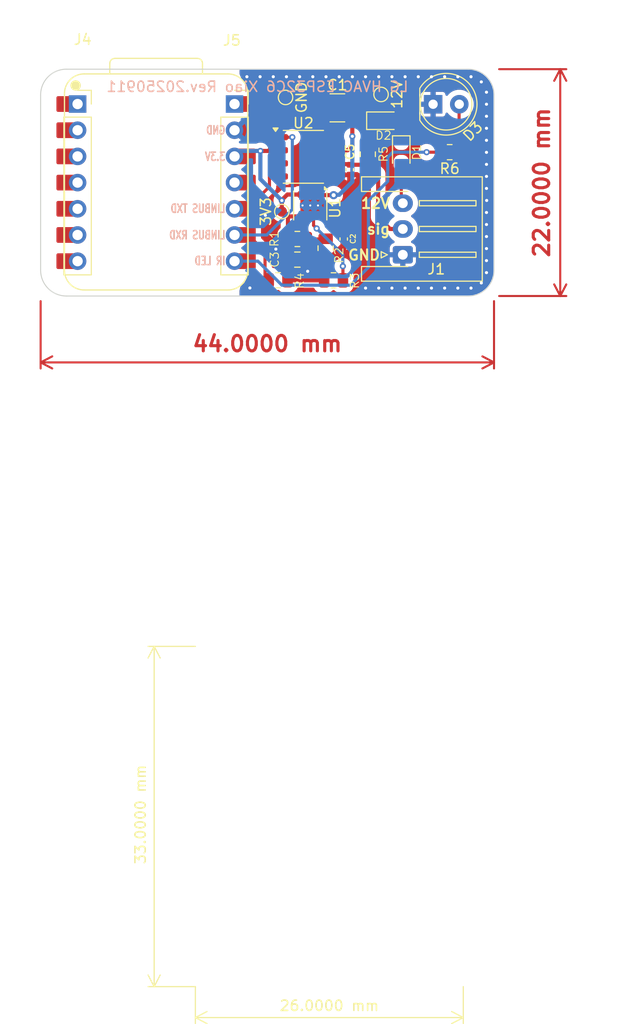
<source format=kicad_pcb>
(kicad_pcb (version 20241229) (generator "pcbnew") (generator_version "9.0")
  (layers (0 "F.Cu" signal) (2 "B.Cu" signal) (13 "F.Paste" user) (15 "B.Paste" user) (5 "F.SilkS" user "F.Silkscreen") (7 "B.SilkS" user "B.Silkscreen") (1 "F.Mask" user) (3 "B.Mask" user) (25 "Edge.Cuts" user))
  (net 0 "")
  (net 1 "+12V")
  (net 2 "GND")
  (net 3 "+3V3")
  (net 4 "LINBUS")
  (net 5 "Net-(U1-SS{slash}TR)")
  (net 6 "RXD")
  (net 7 "TXD")
  (net 8 "Net-(D2-K)")
  (net 9 "Net-(U1-FB)")
  (net 10 "Net-(U1-PG)")
  (net 11 "Net-(D1-A)")
  (net 23 "Net-(D3-A)")
  (net 24 "Net-(J5-Pin_7)")
  (footprint "Resistor_SMD:R_0805_2012Metric" (layer "F.Cu") (at 48.34 42.18 180)
    (property "Reference" "R3" (at -2.06 -0.04 90) (layer "F.SilkS") (effects (font (size 0.8 0.8) (thickness 0.1))))
    (property "Value" "100k")
    (fp_line (start -0.227064 0.735) (end 0.227064 0.735) (stroke (width 0.12)) (layer "F.SilkS"))
    (fp_line (start -0.227064 -0.735) (end 0.227064 -0.735) (stroke (width 0.12)) (layer "F.SilkS"))
    (pad "1" smd roundrect (at -0.9125 0 180) (size 1.025 1.4) (layers "F.Cu" "F.Mask" "F.Paste") (roundrect_rratio 0.243902) (net 10 "Net-(U1-PG)"))
    (pad "2" smd roundrect (at 0.9125 0 180) (size 1.025 1.4) (layers "F.Cu" "F.Mask" "F.Paste") (roundrect_rratio 0.243902) (net 3 "+3V3"))
  )
  (footprint "Connector_PinSocket_2.54mm:PinSocket_1x07_P2.54mm_Vertical" (layer "F.Cu") (at 38.73 25.08)
    (property "Reference" "J5" (at -0.26 -6.17 0) (layer "F.SilkS"))
    (property "Value" "Conn_01x07_Socket")
    (fp_line (start -1.33 1.27) (end -1.33 16.57) (stroke (width 0.12)) (layer "F.SilkS"))
    (fp_line (start -1.33 1.27) (end 1.33 1.27) (stroke (width 0.12)) (layer "F.SilkS"))
    (fp_line (start -1.33 16.57) (end 1.33 16.57) (stroke (width 0.12)) (layer "F.SilkS"))
    (fp_line (start 0 -1.33) (end 1.33 -1.33) (stroke (width 0.12)) (layer "F.SilkS"))
    (fp_line (start 1.33 -1.33) (end 1.33 0) (stroke (width 0.12)) (layer "F.SilkS"))
    (fp_line (start 1.33 1.27) (end 1.33 16.57) (stroke (width 0.12)) (layer "F.SilkS"))
    (pad "1" thru_hole rect (at 0 0) (size 1.7 1.7) (drill 1) (layers "*.Cu" "*.Mask"))
    (pad "2" thru_hole circle (at 0 2.54) (size 1.7 1.7) (drill 1) (layers "*.Cu" "*.Mask") (net 2 "GND"))
    (pad "3" thru_hole circle (at 0 5.08) (size 1.7 1.7) (drill 1) (layers "*.Cu" "*.Mask") (net 3 "+3V3"))
    (pad "4" thru_hole circle (at 0 7.62) (size 1.7 1.7) (drill 1) (layers "*.Cu" "*.Mask"))
    (pad "5" thru_hole circle (at 0 10.16) (size 1.7 1.7) (drill 1) (layers "*.Cu" "*.Mask") (net 7 "TXD"))
    (pad "6" thru_hole circle (at 0 12.7) (size 1.7 1.7) (drill 1) (layers "*.Cu" "*.Mask") (net 6 "RXD"))
    (pad "7" thru_hole circle (at 0 15.24) (size 1.7 1.7) (drill 1) (layers "*.Cu" "*.Mask") (net 24 "Net-(J5-Pin_7)"))
  )
  (footprint "Resistor_SMD:R_0805_2012Metric" (layer "F.Cu") (at 44.8275 38.17 180)
    (property "Reference" "R1" (at 2.232233 0.017767 90) (layer "F.SilkS") (effects (font (size 0.8 0.8) (thickness 0.1))))
    (property "Value" "330k")
    (fp_line (start -0.227064 0.735) (end 0.227064 0.735) (stroke (width 0.12)) (layer "F.SilkS"))
    (fp_line (start -0.227064 -0.735) (end 0.227064 -0.735) (stroke (width 0.12)) (layer "F.SilkS"))
    (pad "1" smd roundrect (at -0.9125 0 180) (size 1.025 1.4) (layers "F.Cu" "F.Mask" "F.Paste") (roundrect_rratio 0.243902) (net 9 "Net-(U1-FB)"))
    (pad "2" smd roundrect (at 0.9125 0 180) (size 1.025 1.4) (layers "F.Cu" "F.Mask" "F.Paste") (roundrect_rratio 0.243902) (net 3 "+3V3"))
  )
  (footprint "Resistor_SMD:R_0805_2012Metric" (layer "F.Cu") (at 47.57 39.06 90)
    (property "Reference" "R2" (at -0.7 1.31 90) (layer "F.SilkS") (effects (font (size 0.8 0.8) (thickness 0.1))))
    (property "Value" "100k")
    (fp_line (start -0.227064 -0.735) (end 0.227064 -0.735) (stroke (width 0.12)) (layer "F.SilkS"))
    (fp_line (start -0.227064 0.735) (end 0.227064 0.735) (stroke (width 0.12)) (layer "F.SilkS"))
    (pad "1" smd roundrect (at -0.9125 0 90) (size 1.025 1.4) (layers "F.Cu" "F.Mask" "F.Paste") (roundrect_rratio 0.243902) (net 2 "GND"))
    (pad "2" smd roundrect (at 0.9125 0 90) (size 1.025 1.4) (layers "F.Cu" "F.Mask" "F.Paste") (roundrect_rratio 0.243902) (net 9 "Net-(U1-FB)"))
  )
  (footprint "Resistor_SMD:R_0805_2012Metric" (layer "F.Cu") (at 42.96 42.17 180)
    (property "Reference" "R4" (at -2.0825 -0.05 90) (layer "F.SilkS") (effects (font (size 0.8 0.8) (thickness 0.1))))
    (property "Value" "4.7k")
    (fp_line (start -0.227064 0.735) (end 0.227064 0.735) (stroke (width 0.12)) (layer "F.SilkS"))
    (fp_line (start -0.227064 -0.735) (end 0.227064 -0.735) (stroke (width 0.12)) (layer "F.SilkS"))
    (pad "1" smd roundrect (at -0.9125 0 180) (size 1.025 1.4) (layers "F.Cu" "F.Mask" "F.Paste") (roundrect_rratio 0.243902) (net 3 "+3V3"))
    (pad "2" smd roundrect (at 0.9125 0 180) (size 1.025 1.4) (layers "F.Cu" "F.Mask" "F.Paste") (roundrect_rratio 0.243902) (net 6 "RXD"))
  )
  (footprint "LED_THT:LED_D5.0mm_IRGrey" (layer "F.Cu") (at 58 25.1)
    (property "Reference" "D3" (at 3.86 2.64 45) (layer "F.SilkS"))
    (property "Value" "LD274")
    (fp_line (start -1.29 -1.545) (end -1.29 1.545) (stroke (width 0.12)) (layer "F.SilkS"))
    (fp_arc (start -1.29 -1.54483) (mid 2.071779 -2.880495) (end 4.26 0) (stroke (width 0.12)) (layer "F.SilkS"))
    (fp_arc (start 4.26 0) (mid 2.071779 2.880495) (end -1.29 1.54483) (stroke (width 0.12)) (layer "F.SilkS"))
    (fp_circle (center 1.27 0) (end 3.77 0) (stroke (width 0.12)) (fill no) (layer "F.SilkS"))
    (pad "1" thru_hole rect (at 0 0) (size 1.8 1.8) (drill 0.9) (layers "*.Cu" "*.Mask") (net 2 "GND"))
    (pad "2" thru_hole circle (at 2.54 0) (size 1.8 1.8) (drill 0.9) (layers "*.Cu" "*.Mask") (net 23 "Net-(D3-A)"))
  )
  (footprint "Diode_SMD:D_SOD-323" (layer "F.Cu") (at 54.91 29.7725 -90)
    (property "Reference" "D1" (at -0.017767 -1.517767 90) (layer "F.SilkS") (effects (font (size 0.8 0.8) (thickness 0.1))))
    (property "Value" "1N4148WS")
    (fp_line (start -1.61 0.85) (end 1.05 0.85) (stroke (width 0.12)) (layer "F.SilkS"))
    (fp_line (start -1.61 -0.85) (end -1.61 0.85) (stroke (width 0.12)) (layer "F.SilkS"))
    (fp_line (start -1.61 -0.85) (end 1.05 -0.85) (stroke (width 0.12)) (layer "F.SilkS"))
    (pad "1" smd roundrect (at -1.05 0 270) (size 0.6 0.45) (layers "F.Cu" "F.Mask" "F.Paste") (net 1 "+12V"))
    (pad "2" smd roundrect (at 1.05 0 270) (size 0.6 0.45) (layers "F.Cu" "F.Mask" "F.Paste") (net 11 "Net-(D1-A)"))
  )
  (footprint "Package_SO:SOIC-8_3.9x4.9mm_P1.27mm" (layer "F.Cu") (at 45.4125 30.2)
    (property "Reference" "U2" (at 0 -3.267767 0) (layer "F.SilkS"))
    (property "Value" "TJA1027")
    (fp_line (start 0 -2.56) (end -1.95 -2.56) (stroke (width 0.12)) (layer "F.SilkS"))
    (fp_line (start 0 -2.56) (end 1.95 -2.56) (stroke (width 0.12)) (layer "F.SilkS"))
    (fp_line (start 0 2.56) (end -1.95 2.56) (stroke (width 0.12)) (layer "F.SilkS"))
    (fp_line (start 0 2.56) (end 1.95 2.56) (stroke (width 0.12)) (layer "F.SilkS"))
    (fp_poly (pts (xy -2.7 -2.465) (xy -2.94 -2.795) (xy -2.46 -2.795)) (stroke (width 0.12)) (fill yes) (layer "F.SilkS"))
    (pad "1" smd roundrect (at -2.475 -1.905) (size 1.95 0.6) (layers "F.Cu" "F.Mask" "F.Paste") (net 6 "RXD"))
    (pad "2" smd roundrect (at -2.475 -0.635) (size 1.95 0.6) (layers "F.Cu" "F.Mask" "F.Paste") (net 3 "+3V3"))
    (pad "3" smd roundrect (at -2.475 0.635) (size 1.95 0.6) (layers "F.Cu" "F.Mask" "F.Paste"))
    (pad "4" smd roundrect (at -2.475 1.905) (size 1.95 0.6) (layers "F.Cu" "F.Mask" "F.Paste") (net 7 "TXD"))
    (pad "5" smd roundrect (at 2.475 1.905) (size 1.95 0.6) (layers "F.Cu" "F.Mask" "F.Paste") (net 2 "GND"))
    (pad "6" smd roundrect (at 2.475 0.635) (size 1.95 0.6) (layers "F.Cu" "F.Mask" "F.Paste") (net 4 "LINBUS"))
    (pad "7" smd roundrect (at 2.475 -0.635) (size 1.95 0.6) (layers "F.Cu" "F.Mask" "F.Paste") (net 1 "+12V"))
    (pad "8" smd roundrect (at 2.475 -1.905) (size 1.95 0.6) (layers "F.Cu" "F.Mask" "F.Paste"))
  )
  (footprint "Diode_SMD:D_SOD-323" (layer "F.Cu") (at 53.1625 26.7)
    (property "Reference" "D2" (at 0.0175 1.43 0) (layer "F.SilkS") (effects (font (size 0.8 0.8) (thickness 0.1))))
    (property "Value" "1N4148WS")
    (fp_line (start -1.61 -0.85) (end -1.61 0.85) (stroke (width 0.12)) (layer "F.SilkS"))
    (fp_line (start -1.61 -0.85) (end 1.05 -0.85) (stroke (width 0.12)) (layer "F.SilkS"))
    (fp_line (start -1.61 0.85) (end 1.05 0.85) (stroke (width 0.12)) (layer "F.SilkS"))
    (pad "1" smd roundrect (at -1.05 0) (size 0.6 0.45) (layers "F.Cu" "F.Mask" "F.Paste") (net 8 "Net-(D2-K)"))
    (pad "2" smd roundrect (at 1.05 0) (size 0.6 0.45) (layers "F.Cu" "F.Mask" "F.Paste") (net 1 "+12V"))
  )
  (footprint "TestPoint:TestPoint_Pad_D1.0mm" (layer "F.Cu") (at 52.95 24.15 90)
    (property "Reference" "TP2" (hide yes))
    (property "Value" "12V" (at 0 1.55 90) (layer "F.SilkS"))
    (fp_circle (center 0 0) (end 0 0.7) (stroke (width 0.12)) (fill no) (layer "F.SilkS"))
    (pad "1" smd circle (at 0 0 90) (size 1 1) (layers "F.Cu" "F.Mask") (net 1 "+12V"))
  )
  (footprint "Capacitor_SMD:C_0402_1005Metric" (layer "F.Cu") (at 49.3275 38.17 -90)
    (property "Reference" "C2" (at -0.017767 -0.9 90) (layer "F.SilkS") (effects (font (size 0.5 0.5) (thickness 0.1))))
    (property "Value" "3.3nF")
    (fp_line (start -0.107836 0.36) (end 0.107836 0.36) (stroke (width 0.12)) (layer "F.SilkS"))
    (fp_line (start -0.107836 -0.36) (end 0.107836 -0.36) (stroke (width 0.12)) (layer "F.SilkS"))
    (pad "1" smd roundrect (at -0.48 0 270) (size 0.56 0.62) (layers "F.Cu" "F.Mask" "F.Paste") (net 5 "Net-(U1-SS{slash}TR)"))
    (pad "2" smd roundrect (at 0.48 0 270) (size 0.56 0.62) (layers "F.Cu" "F.Mask" "F.Paste") (net 2 "GND"))
  )
  (footprint "ESP32Xiao:XIAO-ESP32C6-DIP" (layer "F.Cu") (at 31.1625 32.7)
    (property "Reference" "REF**" (hide yes))
    (property "Value" "XIAO-ESP32-C6-DIP")
    (fp_line (start -8.935 8.509) (end -8.935 -8.636) (stroke (width 0.127)) (layer "F.SilkS"))
    (fp_line (start -7.03 10.414) (end 6.94 10.414) (stroke (width 0.127)) (layer "F.SilkS"))
    (fp_line (start -4.54 -10.541) (end -4.536272 -11.551272) (stroke (width 0.127)) (layer "F.SilkS"))
    (fp_line (start -4.036272 -12.051) (end 3.959 -12.051) (stroke (width 0.127)) (layer "F.SilkS"))
    (fp_line (start 4.459 -11.551) (end 4.459 -10.541) (stroke (width 0.127)) (layer "F.SilkS"))
    (fp_line (start 6.94 -10.541) (end -7.03 -10.541) (stroke (width 0.1)) (layer "F.SilkS"))
    (fp_line (start 6.94 -10.541) (end -7.03 -10.541) (stroke (width 0.127)) (layer "F.SilkS"))
    (fp_line (start 8.845 8.509) (end 8.845 -8.636) (stroke (width 0.127)) (layer "F.SilkS"))
    (fp_arc (start -8.935 -8.636) (mid -8.377038 -9.983038) (end -7.03 -10.541) (stroke (width 0.127)) (layer "F.SilkS"))
    (fp_arc (start -7.03 10.414) (mid -8.377038 9.856038) (end -8.935 8.509) (stroke (width 0.127)) (layer "F.SilkS"))
    (fp_arc (start -4.536272 -11.551272) (mid -4.389728 -11.90464) (end -4.036272 -12.051) (stroke (width 0.127)) (layer "F.SilkS"))
    (fp_arc (start 3.959 -12.051) (mid 4.312553 -11.904553) (end 4.459 -11.551) (stroke (width 0.127)) (layer "F.SilkS"))
    (fp_arc (start 6.94 -10.541) (mid 8.287038 -9.983038) (end 8.845 -8.636) (stroke (width 0.127)) (layer "F.SilkS"))
    (fp_arc (start 8.845 8.509) (mid 8.287038 9.856038) (end 6.94 10.414) (stroke (width 0.127)) (layer "F.SilkS"))
    (fp_circle (center -7.852 -9.42) (end -7.852 -9.674) (stroke (width 0.5)) (fill yes) (layer "F.SilkS"))
    (pad "1" smd roundrect (at -8.5 -7.62 180) (size 2.432 1.524) (layers "F.Cu" "F.Mask") (roundrect_rratio 0.1))
    (pad "1" thru_hole circle (at -7.665 -7.62 180) (size 1.524 1.524) (drill 0.889) (layers "*.Cu" "*.Mask"))
    (pad "2" smd roundrect (at -8.5 -5.08 180) (size 2.432 1.524) (layers "F.Cu" "F.Mask") (roundrect_rratio 0.1))
    (pad "2" thru_hole circle (at -7.665 -5.08 180) (size 1.524 1.524) (drill 0.889) (layers "*.Cu" "*.Mask"))
    (pad "3" smd roundrect (at -8.5 -2.54 180) (size 2.432 1.524) (layers "F.Cu" "F.Mask") (roundrect_rratio 0.1))
    (pad "3" thru_hole circle (at -7.665 -2.54 180) (size 1.524 1.524) (drill 0.889) (layers "*.Cu" "*.Mask"))
    (pad "4" smd roundrect (at -8.5 0 180) (size 2.432 1.524) (layers "F.Cu" "F.Mask") (roundrect_rratio 0.1))
    (pad "4" thru_hole circle (at -7.665 0 180) (size 1.524 1.524) (drill 0.889) (layers "*.Cu" "*.Mask"))
    (pad "5" smd roundrect (at -8.5 2.54 180) (size 2.432 1.524) (layers "F.Cu" "F.Mask") (roundrect_rratio 0.1))
    (pad "5" thru_hole circle (at -7.665 2.54 180) (size 1.524 1.524) (drill 0.889) (layers "*.Cu" "*.Mask"))
    (pad "6" smd roundrect (at -8.5 5.08 180) (size 2.432 1.524) (layers "F.Cu" "F.Mask") (roundrect_rratio 0.1))
    (pad "6" thru_hole circle (at -7.665 5.08 180) (size 1.524 1.524) (drill 0.889) (layers "*.Cu" "*.Mask"))
    (pad "7" smd roundrect (at -8.5 7.62 180) (size 2.432 1.524) (layers "F.Cu" "F.Mask") (roundrect_rratio 0.1))
    (pad "7" thru_hole circle (at -7.665 7.62 180) (size 1.524 1.524) (drill 0.889) (layers "*.Cu" "*.Mask"))
    (pad "8" thru_hole circle (at 7.575 7.62) (size 1.524 1.524) (drill 0.889) (layers "*.Cu" "*.Mask") (net 24 "Net-(J5-Pin_7)"))
    (pad "8" smd roundrect (at 8.41 7.62) (size 2.432 1.524) (layers "F.Cu" "F.Mask") (roundrect_rratio 0.1) (net 24 "Net-(J5-Pin_7)"))
    (pad "9" thru_hole circle (at 7.575 5.08) (size 1.524 1.524) (drill 0.889) (layers "*.Cu" "*.Mask") (net 6 "RXD"))
    (pad "9" smd roundrect (at 8.41 5.08) (size 2.432 1.524) (layers "F.Cu" "F.Mask") (roundrect_rratio 0.1) (net 6 "RXD"))
    (pad "10" thru_hole circle (at 7.575 2.54) (size 1.524 1.524) (drill 0.889) (layers "*.Cu" "*.Mask") (net 7 "TXD"))
    (pad "10" smd roundrect (at 8.41 2.54) (size 2.432 1.524) (layers "F.Cu" "F.Mask") (roundrect_rratio 0.1) (net 7 "TXD"))
    (pad "11" thru_hole circle (at 7.575 0) (size 1.524 1.524) (drill 0.889) (layers "*.Cu" "*.Mask"))
    (pad "11" smd roundrect (at 8.41 0) (size 2.432 1.524) (layers "F.Cu" "F.Mask") (roundrect_rratio 0.1))
    (pad "12" thru_hole circle (at 7.575 -2.54) (size 1.524 1.524) (drill 0.889) (layers "*.Cu" "*.Mask") (net 3 "+3V3"))
    (pad "12" smd roundrect (at 8.41 -2.54) (size 2.432 1.524) (layers "F.Cu" "F.Mask") (roundrect_rratio 0.1) (net 3 "+3V3"))
    (pad "13" thru_hole circle (at 7.575 -5.08) (size 1.524 1.524) (drill 0.889) (layers "*.Cu" "*.Mask") (net 2 "GND"))
    (pad "13" smd roundrect (at 8.41 -5.08) (size 2.432 1.524) (layers "F.Cu" "F.Mask") (roundrect_rratio 0.1) (net 2 "GND"))
    (pad "14" thru_hole circle (at 7.575 -7.62) (size 1.524 1.524) (drill 0.889) (layers "*.Cu" "*.Mask"))
    (pad "14" smd roundrect (at 8.41 -7.62) (size 2.432 1.524) (layers "F.Cu" "F.Mask") (roundrect_rratio 0.1))
  )
  (footprint "Connector_PinSocket_2.54mm:PinSocket_1x07_P2.54mm_Vertical" (layer "F.Cu") (at 23.5 25.08)
    (property "Reference" "J4" (at 0.5 -6.25 0) (layer "F.SilkS"))
    (property "Value" "Conn_01x07_Socket")
    (fp_line (start -1.33 1.27) (end -1.33 16.57) (stroke (width 0.12)) (layer "F.SilkS"))
    (fp_line (start -1.33 1.27) (end 1.33 1.27) (stroke (width 0.12)) (layer "F.SilkS"))
    (fp_line (start -1.33 16.57) (end 1.33 16.57) (stroke (width 0.12)) (layer "F.SilkS"))
    (fp_line (start 0 -1.33) (end 1.33 -1.33) (stroke (width 0.12)) (layer "F.SilkS"))
    (fp_line (start 1.33 -1.33) (end 1.33 0) (stroke (width 0.12)) (layer "F.SilkS"))
    (fp_line (start 1.33 1.27) (end 1.33 16.57) (stroke (width 0.12)) (layer "F.SilkS"))
    (pad "1" thru_hole rect (at 0 0) (size 1.7 1.7) (drill 1) (layers "*.Cu" "*.Mask"))
    (pad "2" thru_hole circle (at 0 2.54) (size 1.7 1.7) (drill 1) (layers "*.Cu" "*.Mask"))
    (pad "3" thru_hole circle (at 0 5.08) (size 1.7 1.7) (drill 1) (layers "*.Cu" "*.Mask"))
    (pad "4" thru_hole circle (at 0 7.62) (size 1.7 1.7) (drill 1) (layers "*.Cu" "*.Mask"))
    (pad "5" thru_hole circle (at 0 10.16) (size 1.7 1.7) (drill 1) (layers "*.Cu" "*.Mask"))
    (pad "6" thru_hole circle (at 0 12.7) (size 1.7 1.7) (drill 1) (layers "*.Cu" "*.Mask"))
    (pad "7" thru_hole circle (at 0 15.24) (size 1.7 1.7) (drill 1) (layers "*.Cu" "*.Mask"))
  )
  (footprint "Resistor_SMD:R_0805_2012Metric" (layer "F.Cu") (at 59.61 29.75)
    (property "Reference" "R6" (at 0 1.6 0) (layer "F.SilkS"))
    (property "Value" "330")
    (fp_line (start -0.227064 -0.735) (end 0.227064 -0.735) (stroke (width 0.12)) (layer "F.SilkS"))
    (fp_line (start -0.227064 0.735) (end 0.227064 0.735) (stroke (width 0.12)) (layer "F.SilkS"))
    (pad "1" smd roundrect (at -0.9125 0) (size 1.025 1.4) (layers "F.Cu" "F.Mask" "F.Paste") (roundrect_rratio 0.243902) (net 24 "Net-(J5-Pin_7)"))
    (pad "2" smd roundrect (at 0.9125 0) (size 1.025 1.4) (layers "F.Cu" "F.Mask" "F.Paste") (roundrect_rratio 0.243902) (net 23 "Net-(D3-A)"))
  )
  (footprint "Capacitor_SMD:C_0805_2012Metric" (layer "F.Cu") (at 44.8275 40.17)
    (property "Reference" "C3" (at -2.2075 0 90) (layer "F.SilkS") (effects (font (size 0.8 0.8) (thickness 0.1))))
    (property "Value" "22uF")
    (fp_line (start -0.261252 -0.735) (end 0.261252 -0.735) (stroke (width 0.12)) (layer "F.SilkS"))
    (fp_line (start -0.261252 0.735) (end 0.261252 0.735) (stroke (width 0.12)) (layer "F.SilkS"))
    (pad "1" smd roundrect (at -0.95 0) (size 1 1.45) (layers "F.Cu" "F.Mask" "F.Paste") (net 3 "+3V3"))
    (pad "2" smd roundrect (at 0.95 0) (size 1 1.45) (layers "F.Cu" "F.Mask" "F.Paste") (net 2 "GND"))
  )
  (footprint "TestPoint:TestPoint_Pad_D1.0mm" (layer "F.Cu") (at 43.32 35.51 -90)
    (property "Reference" "TP3" (hide yes))
    (property "Value" "3V3" (at 0 1.55 90) (layer "F.SilkS"))
    (fp_circle (center 0 0) (end 0 0.7) (stroke (width 0.12)) (fill no) (layer "F.SilkS"))
    (pad "1" smd circle (at 0 0 270) (size 1 1) (layers "F.Cu" "F.Mask") (net 3 "+3V3"))
  )
  (footprint "Connector_JST:JST_XH_S3B-XH-A-1_1x03_P2.50mm_Horizontal" (layer "F.Cu") (at 55.0625 39.7 90)
    (property "Reference" "J1" (at -1.4 3.25 0) (layer "F.SilkS"))
    (property "Value" "JST_XH_S3B-XH-A-1_01x03")
    (fp_line (start 7.56 -4.01) (end 6.14 -4.01) (stroke (width 0.12)) (layer "F.SilkS"))
    (fp_line (start 6.14 -4.01) (end 6.14 0.49) (stroke (width 0.12)) (layer "F.SilkS"))
    (fp_line (start -1.14 -4.01) (end -1.14 0.49) (stroke (width 0.12)) (layer "F.SilkS"))
    (fp_line (start -2.56 -4.01) (end -1.14 -4.01) (stroke (width 0.12)) (layer "F.SilkS"))
    (fp_line (start 0.3 -2.1) (end 0 -1.5) (stroke (width 0.12)) (layer "F.SilkS"))
    (fp_line (start -0.3 -2.1) (end 0.3 -2.1) (stroke (width 0.12)) (layer "F.SilkS"))
    (fp_line (start 0 -1.5) (end -0.3 -2.1) (stroke (width 0.12)) (layer "F.SilkS"))
    (fp_line (start 5.25 1.6) (end 4.75 1.6) (stroke (width 0.12)) (layer "F.SilkS"))
    (fp_line (start 4.75 1.6) (end 4.75 7.1) (stroke (width 0.12)) (layer "F.SilkS"))
    (fp_line (start 2.75 1.6) (end 2.25 1.6) (stroke (width 0.12)) (layer "F.SilkS"))
    (fp_line (start 2.25 1.6) (end 2.25 7.1) (stroke (width 0.12)) (layer "F.SilkS"))
    (fp_line (start 0.25 1.6) (end -0.25 1.6) (stroke (width 0.12)) (layer "F.SilkS"))
    (fp_line (start -0.25 1.6) (end -0.25 7.1) (stroke (width 0.12)) (layer "F.SilkS"))
    (fp_line (start 5.25 7.1) (end 5.25 1.6) (stroke (width 0.12)) (layer "F.SilkS"))
    (fp_line (start 4.75 7.1) (end 5.25 7.1) (stroke (width 0.12)) (layer "F.SilkS"))
    (fp_line (start 2.75 7.1) (end 2.75 1.6) (stroke (width 0.12)) (layer "F.SilkS"))
    (fp_line (start 2.25 7.1) (end 2.75 7.1) (stroke (width 0.12)) (layer "F.SilkS"))
    (fp_line (start 0.25 7.1) (end 0.25 1.6) (stroke (width 0.12)) (layer "F.SilkS"))
    (fp_line (start -0.25 7.1) (end 0.25 7.1) (stroke (width 0.12)) (layer "F.SilkS"))
    (fp_line (start 7.56 7.71) (end 7.56 -4.01) (stroke (width 0.12)) (layer "F.SilkS"))
    (fp_line (start 2.5 7.71) (end 7.56 7.71) (stroke (width 0.12)) (layer "F.SilkS"))
    (fp_line (start 2.5 7.71) (end -2.56 7.71) (stroke (width 0.12)) (layer "F.SilkS"))
    (fp_line (start -2.56 7.71) (end -2.56 -4.01) (stroke (width 0.12)) (layer "F.SilkS"))
    (pad "1" thru_hole roundrect (at 0 0 90) (size 1.7 1.95) (drill 0.95) (layers "*.Cu" "*.Mask") (roundrect_rratio 0.147059) (net 2 "GND"))
    (pad "2" thru_hole oval (at 2.5 0 90) (size 1.7 1.95) (drill 0.95) (layers "*.Cu" "*.Mask") (net 4 "LINBUS"))
    (pad "3" thru_hole oval (at 5 0 90) (size 1.7 1.95) (drill 0.95) (layers "*.Cu" "*.Mask") (net 11 "Net-(D1-A)"))
  )
  (footprint "TestPoint:TestPoint_Pad_D1.0mm" (layer "F.Cu") (at 43.68 24.44 90)
    (property "Reference" "TP1" (hide yes))
    (property "Value" "GND" (at 0 1.55 90) (layer "F.SilkS"))
    (fp_circle (center 0 0) (end 0 0.7) (stroke (width 0.12)) (fill no) (layer "F.SilkS"))
    (pad "1" smd circle (at 0 0 90) (size 1 1) (layers "F.Cu" "F.Mask") (net 2 "GND"))
  )
  (footprint "Capacitor_SMD:C_0402_1005Metric" (layer "F.Cu") (at 49.9125 31.45 -90)
    (property "Reference" "C5" (at -1.727064 -0.017767 90) (layer "F.SilkS") (effects (font (size 0.8 0.8))))
    (property "Value" "220pF")
    (fp_line (start -0.107836 0.36) (end 0.107836 0.36) (stroke (width 0.12)) (layer "F.SilkS"))
    (fp_line (start -0.107836 -0.36) (end 0.107836 -0.36) (stroke (width 0.12)) (layer "F.SilkS"))
    (pad "1" smd roundrect (at -0.48 0 270) (size 0.56 0.62) (layers "F.Cu" "F.Mask" "F.Paste") (net 4 "LINBUS"))
    (pad "2" smd roundrect (at 0.48 0 270) (size 0.56 0.62) (layers "F.Cu" "F.Mask" "F.Paste") (net 2 "GND"))
  )
  (footprint "Resistor_SMD:R_0805_2012Metric" (layer "F.Cu") (at 51.6625 29.95 -90)
    (property "Reference" "R5" (at -0.017767 -1.517767 90) (layer "F.SilkS") (effects (font (size 0.8 0.8) (thickness 0.1))))
    (property "Value" "1k")
    (fp_line (start -0.227064 0.735) (end 0.227064 0.735) (stroke (width 0.12)) (layer "F.SilkS"))
    (fp_line (start -0.227064 -0.735) (end 0.227064 -0.735) (stroke (width 0.12)) (layer "F.SilkS"))
    (pad "1" smd roundrect (at -0.9125 0 270) (size 1.025 1.4) (layers "F.Cu" "F.Mask" "F.Paste") (roundrect_rratio 0.243902) (net 8 "Net-(D2-K)"))
    (pad "2" smd roundrect (at 0.9125 0 270) (size 1.025 1.4) (layers "F.Cu" "F.Mask" "F.Paste") (roundrect_rratio 0.243902) (net 4 "LINBUS"))
  )
  (footprint "Package_LGA:Texas_SIL0008D_MicroSiP-8-1EP_2.8x3mm_P0.65mm_EP1.1x1.9mm_ThermalVias" (layer "F.Cu") (at 46.0775 34.92 -90)
    (property "Reference" "U1" (at 0.25 -2.4125 90) (layer "F.SilkS"))
    (property "Value" "TPS82130")
    (fp_line (start -1.4 1.61) (end 1.4 1.61) (stroke (width 0.12)) (layer "F.SilkS"))
    (fp_line (start -1.29 -1.61) (end 1.4 -1.61) (stroke (width 0.12)) (layer "F.SilkS"))
    (fp_poly (pts (xy -1.53 -1.38) (xy -1.81 -1.38) (xy -1.53 -1.66)) (stroke (width 0.12)) (fill yes) (layer "F.SilkS"))
    (pad "1" smd roundrect (at -1.0625 -0.975 270) (size 0.625 0.5) (layers "F.Cu" "F.Mask" "F.Paste") (net 1 "+12V"))
    (pad "2" smd roundrect (at -1.0625 -0.325 270) (size 0.625 0.5) (layers "F.Cu" "F.Mask" "F.Paste") (net 1 "+12V"))
    (pad "3" smd roundrect (at -1.0625 0.325 270) (size 0.625 0.5) (layers "F.Cu" "F.Mask" "F.Paste") (net 2 "GND"))
    (pad "4" smd roundrect (at -1.0625 0.975 270) (size 0.625 0.5) (layers "F.Cu" "F.Mask" "F.Paste") (net 3 "+3V3"))
    (pad "5" smd roundrect (at 1.0625 0.975 270) (size 0.625 0.5) (layers "F.Cu" "F.Mask" "F.Paste") (net 3 "+3V3"))
    (pad "6" smd roundrect (at 1.0625 0.325 270) (size 0.625 0.5) (layers "F.Cu" "F.Mask" "F.Paste") (net 9 "Net-(U1-FB)"))
    (pad "7" smd roundrect (at 1.0625 -0.325 270) (size 0.625 0.5) (layers "F.Cu" "F.Mask" "F.Paste") (net 10 "Net-(U1-PG)"))
    (pad "8" smd roundrect (at 1.0625 -0.975 270) (size 0.625 0.5) (layers "F.Cu" "F.Mask" "F.Paste") (net 5 "Net-(U1-SS{slash}TR)"))
    (pad "9" thru_hole circle (at 0 -0.75 270) (size 0.5 0.5) (drill 0.2) (property pad_prop_heatsink) (layers "*.Cu") (net 2 "GND"))
    (pad "9" thru_hole circle (at 0 0 270) (size 0.5 0.5) (drill 0.2) (property pad_prop_heatsink) (layers "*.Cu") (net 2 "GND"))
    (pad "9" smd rect (at 0 0 270) (size 0.5 2) (property pad_prop_heatsink) (layers "B.Cu") (net 2 "GND"))
    (pad "9" smd rect (at 0 0 270) (size 1.1 1.9) (property pad_prop_heatsink) (layers "F.Cu" "F.Mask") (net 2 "GND"))
    (pad "9" thru_hole circle (at 0 0.75 270) (size 0.5 0.5) (drill 0.2) (property pad_prop_heatsink) (layers "*.Cu") (net 2 "GND"))
  )
  (footprint "Capacitor_SMD:C_1210_3225Metric" (layer "F.Cu") (at 48.7125 25.45 180)
    (property "Reference" "C1" (at 0.0025 2.21 0) (layer "F.SilkS"))
    (property "Value" "10uF")
    (fp_line (start -0.711252 1.36) (end 0.711252 1.36) (stroke (width 0.12)) (layer "F.SilkS"))
    (fp_line (start -0.711252 -1.36) (end 0.711252 -1.36) (stroke (width 0.12)) (layer "F.SilkS"))
    (pad "1" smd roundrect (at -1.475 0 180) (size 1.15 2.7) (layers "F.Cu" "F.Mask" "F.Paste") (roundrect_rratio 0.217391) (net 1 "+12V"))
    (pad "2" smd roundrect (at 1.475 0 180) (size 1.15 2.7) (layers "F.Cu" "F.Mask" "F.Paste") (roundrect_rratio 0.217391) (net 2 "GND"))
  )
  (gr_line (start 19.9125 41.2) (end 19.9125 24.2) (stroke (width 0.1)) (layer "Edge.Cuts"))
  (gr_line (start 22.4125 21.7) (end 61.4125 21.7) (stroke (width 0.1)) (layer "Edge.Cuts"))
  (gr_arc (start 19.9125 24.2) (mid 20.644733 22.432233) (end 22.4125 21.7) (stroke (width 0.1)) (layer "Edge.Cuts"))
  (gr_arc (start 61.4125 21.7) (mid 63.180267 22.432233) (end 63.9125 24.2) (stroke (width 0.1)) (layer "Edge.Cuts"))
  (gr_arc (start 63.9125 41.2) (mid 63.180267 42.967767) (end 61.4125 43.7) (stroke (width 0.1)) (layer "Edge.Cuts"))
  (gr_line (start 61.4125 43.7) (end 22.4125 43.7) (stroke (width 0.1)) (layer "Edge.Cuts"))
  (gr_line (start 63.9125 24.2) (end 63.9125 41.2) (stroke (width 0.1)) (layer "Edge.Cuts"))
  (gr_arc (start 22.4125 43.7) (mid 20.644733 42.967767) (end 19.9125 41.2) (stroke (width 0.1)) (layer "Edge.Cuts"))
  (gr_text "GND" (at 49.65 40.31 0) (layer "F.SilkS") (effects (font (size 1 1) (thickness 0.2) (bold yes)) (justify left bottom)))
  (gr_text "sig" (at 51.47 37.8 0) (layer "F.SilkS") (effects (font (size 1 1) (thickness 0.2) (bold yes)) (justify left bottom)))
  (gr_text "12V" (at 50.898571 35.3 0) (layer "F.SilkS") (effects (font (size 1 1) (thickness 0.2) (bold yes)) (justify left bottom)))
  (gr_text "GND" (at 36.907419 27.619782 0) (layer "B.SilkS") (effects (font (size 0.8 0.6)) (justify mirror)))
  (gr_text "3.3V" (at 36.850276 30.182233 0) (layer "B.SilkS") (effects (font (size 0.8 0.6)) (justify mirror)))
  (gr_text "LINBUS RXD" (at 35.12 37.79 0) (layer "B.SilkS") (effects (font (size 0.8 0.6)) (justify mirror)))
  (gr_text "IR LED" (at 37.93 40.76 0) (layer "B.SilkS") (effects (font (size 0.8 0.6) (thickness 0.15) (bold yes)) (justify left bottom mirror)))
  (gr_text "LINBUS TXD" (at 35.18 35.22 0) (layer "B.SilkS") (effects (font (size 0.8 0.6)) (justify mirror)))
  (gr_text "LG HVAC ESP32C6 Xiao Rev.20250911" (at 40.95 23.4 0) (layer "B.SilkS") (effects (font (size 1 1)) (justify mirror)))
  (dimension (type aligned) (layer "F.SilkS") (pts (xy 34.930267 77.682233) (xy 34.930267 110.682233)) (height 4) (format (prefix "") (suffix "") (units 2) (units_format 1) (precision 4)) (style (thickness 0.12) (arrow_length 1.27) (text_position_mode 2) (arrow_direction outward) (extension_height 0.58642) (extension_offset 0) (keep_text_aligned yes)) (gr_text "33.0000 mm" (at 29.608678 93.987527 90) (layer "F.SilkS") (effects (font (size 1 1) (thickness 0.15)))))
  (dimension (type aligned) (layer "F.SilkS") (pts (xy 34.930267 110.682233) (xy 60.930267 110.682233)) (height 3) (format (prefix "") (suffix "") (units 2) (units_format 1) (precision 4)) (style (thickness 0.12) (arrow_length 1.27) (text_position_mode 0) (arrow_direction outward) (extension_height 0.58642) (extension_offset 0) (keep_text_aligned yes)) (gr_text "26.0000 mm" (at 47.930267 112.532233 0) (layer "F.SilkS") (effects (font (size 1 1) (thickness 0.15)))))
  (dimension (type orthogonal) (layer "F.Cu") (pts (xy 19.9125 43.7) (xy 63.9125 43.7)) (height 6.44) (orientation 0) (format (prefix "") (suffix "") (units 3) (units_format 1) (precision 4)) (style (thickness 0.2) (arrow_length 1.27) (text_position_mode 0) (arrow_direction outward) (extension_height 0.58642) (extension_offset 0.5) (keep_text_aligned yes)) (gr_text "44.0000 mm" (at 41.9125 48.34 0) (layer "F.Cu") (effects (font (size 1.5 1.5) (thickness 0.3)))))
  (dimension (type orthogonal) (layer "F.Cu") (pts (xy 63.9125 21.7) (xy 63.9125 43.7)) (height 6.4275) (orientation 1) (format (prefix "") (suffix "") (units 3) (units_format 1) (precision 4)) (style (thickness 0.2) (arrow_length 1.27) (text_position_mode 0) (arrow_direction outward) (extension_height 0.58642) (extension_offset 0.5) (keep_text_aligned yes)) (gr_text "22.0000 mm" (at 68.54 32.7 90) (layer "F.Cu") (effects (font (size 1.5 1.5) (thickness 0.3)))))
  (segment (start 50.1625 28.21) (end 50.1625 29.1075) (width 0.4) (layer "F.Cu") (net 1))
  (segment (start 46.4025 30.1175) (end 46.955 29.565) (width 0.4) (layer "F.Cu") (net 1))
  (segment (start 52.95 25.4375) (end 52.9625 25.45) (width 0.4) (layer "F.Cu") (net 1))
  (segment (start 49.705 29.565) (end 47.8875 29.565) (width 0.4) (layer "F.Cu") (net 1))
  (segment (start 46.955 29.565) (end 47.8875 29.565) (width 0.4) (layer "F.Cu") (net 1))
  (segment (start 52.95 24.15) (end 52.95 25.4375) (width 0.4) (layer "F.Cu") (net 1))
  (segment (start 54.9125 27.4) (end 54.2125 26.7) (width 0.4) (layer "F.Cu") (net 1))
  (segment (start 50.1625 28.21) (end 50.1625 26.7) (width 0.4) (layer "F.Cu") (net 1))
  (segment (start 52.9625 25.45) (end 54.2125 26.7) (width 0.4) (layer "F.Cu") (net 1))
  (segment (start 46.4025 33.8575) (end 46.4025 30.1175) (width 0.4) (layer "F.Cu") (net 1))
  (segment (start 50.1875 25.45) (end 52.9625 25.45) (width 0.4) (layer "F.Cu") (net 1))
  (segment (start 50.1625 29.1075) (end 49.705 29.565) (width 0.4) (layer "F.Cu") (net 1))
  (segment (start 54.9125 28.65) (end 54.9125 27.4) (width 0.4) (layer "F.Cu") (net 1))
  (segment (start 46.4025 33.8575) (end 47.0525 33.8575) (width 0.4) (layer "F.Cu") (net 1))
  (segment (start 48.345267 33.92) (end 47.115 33.92) (width 0.4) (layer "F.Cu") (net 1))
  (via (at 48.345267 33.92) (size 0.8) (drill 0.4) (layers "F.Cu" "B.Cu") (net 1))
  (via (at 50.1625 28.21) (size 0.6) (drill 0.3) (layers "F.Cu" "B.Cu") (net 1))
  (segment (start 50.16 32.61) (end 50.16 32.6125) (width 0.4) (layer "B.Cu") (net 1))
  (segment (start 50.16 32.6125) (end 48.887767 33.884733) (width 0.4) (layer "B.Cu") (net 1))
  (segment (start 50.1625 28.21) (end 50.1625 32.61) (width 0.4) (layer "B.Cu") (net 1))
  (segment (start 48.887767 33.884733) (end 48.345267 33.884733) (width 0.4) (layer "B.Cu") (net 1))
  (segment (start 45.7525 33.0125) (end 45.33 32.59) (width 0.4) (layer "F.Cu") (net 2))
  (segment (start 48.0175 39.9725) (end 47.57 39.9725) (width 0.4) (layer "F.Cu") (net 2))
  (segment (start 47.57 39.9725) (end 45.975 39.9725) (width 0.4) (layer "F.Cu") (net 2))
  (segment (start 45.828819 41.302891) (end 45.8275 41.301572) (width 0.4) (layer "F.Cu") (net 2))
  (segment (start 46.8275 34.92) (end 47.77 34.92) (width 0.4) (layer "F.Cu") (net 2))
  (segment (start 45.8275 41.301572) (end 45.8275 40.22) (width 0.4) (layer "F.Cu") (net 2))
  (segment (start 45.7525 33.8575) (end 45.7525 33.0125) (width 0.4) (layer "F.Cu") (net 2))
  (segment (start 49.3275 38.6625) (end 48.0175 39.9725) (width 0.4) (layer "F.Cu") (net 2))
  (via (at 63.180267 29.765566) (size 0.6) (drill 0.3) (layers "F.Cu" "B.Cu") (net 2))
  (via (at 63.180267 40.265566) (size 0.6) (drill 0.3) (layers "F.Cu" "B.Cu") (net 2))
  (via (at 60.400855 22.432233) (size 0.6) (drill 0.3) (layers "F.Cu" "B.Cu") (net 2))
  (via (at 63.180267 37.932233) (size 0.6) (drill 0.3) (layers "F.Cu" "B.Cu") (net 2))
  (via (at 57.842032 42.932233) (size 0.6) (drill 0.3) (layers "F.Cu" "B.Cu") (net 2))
  (via (at 61.680267 22.432233) (size 0.6) (drill 0.3) (layers "F.Cu" "B.Cu") (net 2))
  (via (at 63.180267 35.5989) (size 0.6) (drill 0.3) (layers "F.Cu" "B.Cu") (net 2))
  (via (at 63.180267 32.0989) (size 0.6) (drill 0.3) (layers "F.Cu" "B.Cu") (net 2))
  (via (at 62.680267 22.932233) (size 0.6) (drill 0.3) (layers "F.Cu" "B.Cu") (net 2))
  (via (at 59.121443 42.932233) (size 0.6) (drill 0.3) (layers "F.Cu" "B.Cu") (net 2))
  (via (at 40.22 42.92) (size 0.6) (drill 0.3) (layers "F.Cu" "B.Cu") (net 2))
  (via (at 59.121443 22.432233) (size 0.6) (drill 0.3) (layers "F.Cu" "B.Cu") (net 2))
  (via (at 41.72 35.87) (size 0.6) (drill 0.3) (layers "F.Cu" "B.Cu") (net 2))
  (via (at 55.283208 42.932233) (size 0.6) (drill 0.3) (layers "F.Cu" "B.Cu") (net 2))
  (via (at 45.828819 41.302891) (size 0.6) (drill 0.3) (layers "F.Cu" "B.Cu") (net 2))
  (via (at 63.2 34.432233) (size 0.6) (drill 0.3) (layers "F.Cu" "B.Cu") (net 2))
  (via (at 61.680267 42.932233) (size 0.6) (drill 0.3) (layers "F.Cu" "B.Cu") (net 2))
  (via (at 46.327326 22.432233) (size 0.6) (drill 0.3) (layers "F.Cu" "B.Cu") (net 2))
  (via (at 41.209679 22.432233) (size 0.6) (drill 0.3) (layers "F.Cu" "B.Cu") (net 2))
  (via (at 63.180267 28.5989) (size 0.6) (drill 0.3) (layers "F.Cu" "B.Cu") (net 2))
  (via (at 54.003796 42.932233) (size 0.6) (drill 0.3) (layers "F.Cu" "B.Cu") (net 2))
  (via (at 51.444973 22.432233) (size 0.6) (drill 0.3) (layers "F.Cu" "B.Cu") (net 2))
  (via (at 45.047914 22.432233) (size 0.6) (drill 0.3) (layers "F.Cu" "B.Cu") (net 2))
  (via (at 63.180267 39.0989) (size 0.6) (drill 0.3) (layers "F.Cu" "B.Cu") (net 2))
  (via (at 42.74 39.15) (size 0.6) (drill 0.3) (layers "F.Cu" "B.Cu") (net 2))
  (via (at 43.768502 22.432233) (size 0.6) (drill 0.3) (layers "F.Cu" "B.Cu") (net 2))
  (via (at 55.283208 22.432233) (size 0.6) (drill 0.3) (layers "F.Cu" "B.Cu") (net 2))
  (via (at 57.842032 22.432233) (size 0.6) (drill 0.3) (layers "F.Cu" "B.Cu") (net 2))
  (via (at 63.180267 36.765566) (size 0.6) (drill 0.3) (layers "F.Cu" "B.Cu") (net 2))
  (via (at 52.724385 42.932233) (size 0.6) (drill 0.3) (layers "F.Cu" "B.Cu") (net 2))
  (via (at 63.180267 25.0989) (size 0.6) (drill 0.3) (layers "F.Cu" "B.Cu") (net 2))
  (via (at 52.724385 22.432233) (size 0.6) (drill 0.3) (layers "F.Cu" "B.Cu") (net 2))
  (via (at 42.489091 22.432233) (size 0.6) (drill 0.3) (layers "F.Cu" "B.Cu") (net 2))
  (via (at 48.886149 22.432233) (size 0.6) (drill 0.3) (layers "F.Cu" "B.Cu") (net 2))
  (via (at 63.180267 26.265566) (size 0.6) (drill 0.3) (layers "F.Cu" "B.Cu") (net 2))
  (via (at 51.444973 42.932233) (size 0.6) (drill 0.3) (layers "F.Cu" "B.Cu") (net 2))
  (via (at 63.180267 23.932233) (size 0.6) (drill 0.3) (layers "F.Cu" "B.Cu") (net 2))
  (via (at 63.180267 41.432233) (size 0.6) (drill 0.3) (layers "F.Cu" "B.Cu") (net 2))
  (via (at 63.180267 30.932233) (size 0.6) (drill 0.3) (layers "F.Cu" "B.Cu") (net 2))
  (via (at 47.606738 22.432233) (size 0.6) (drill 0.3) (layers "F.Cu" "B.Cu") (net 2))
  (via (at 56.56262 42.932233) (size 0.6) (drill 0.3) (layers "F.Cu" "B.Cu") (net 2))
  (via (at 60.400855 42.932233) (size 0.6) (drill 0.3) (layers "F.Cu" "B.Cu") (net 2))
  (via (at 62.680267 42.432233) (size 0.6) (drill 0.3) (layers "F.Cu" "B.Cu") (net 2))
  (via (at 63.180267 27.432233) (size 0.6) (drill 0.3) (layers "F.Cu" "B.Cu") (net 2))
  (via (at 50.165561 22.432233) (size 0.6) (drill 0.3) (layers "F.Cu" "B.Cu") (net 2))
  (via (at 39.930267 22.432233) (size 0.6) (drill 0.3) (layers "F.Cu" "B.Cu") (net 2))
  (via (at 56.56262 22.432233) (size 0.6) (drill 0.3) (layers "F.Cu" "B.Cu") (net 2))
  (via (at 63.180267 33.265566) (size 0.6) (drill 0.3) (layers "F.Cu" "B.Cu") (net 2))
  (via (at 54.003796 22.432233) (size 0.6) (drill 0.3) (layers "F.Cu" "B.Cu") (net 2))
  (segment (start 43.8525 33.8575) (end 45.1025 33.8575) (width 0.4) (layer "F.Cu") (net 3))
  (segment (start 43.9625 35.9825) (end 45.1025 35.9825) (width 0.4) (layer "F.Cu") (net 3))
  (segment (start 47.4275 42.18) (end 43.8825 42.18) (width 0.4) (layer "F.Cu") (net 3))
  (segment (start 41.24 29.63) (end 40.1025 29.63) (width 0.4) (layer "F.Cu") (net 3))
  (segment (start 43.915 35.935) (end 43.915 38.17) (width 0.4) (layer "F.Cu") (net 3))
  (segment (start 43.49 35.51) (end 43.915 35.935) (width 0.4) (layer "F.Cu") (net 3))
  (segment (start 42.8725 29.63) (end 41.24 29.63) (width 0.4) (layer "F.Cu") (net 3))
  (segment (start 43.35 34.43) (end 43.35 34.36) (width 0.4) (layer "F.Cu") (net 3))
  (segment (start 43.915 38.17) (end 43.915 40.1325) (width 0.4) (layer "F.Cu") (net 3))
  (segment (start 43.35 34.36) (end 43.8525 33.8575) (width 0.4) (layer "F.Cu") (net 3))
  (segment (start 43.32 35.51) (end 43.32 34.44) (width 0.4) (layer "F.Cu") (net 3))
  (segment (start 43.8775 40.17) (end 43.8775 42.165) (width 0.4) (layer "F.Cu") (net 3))
  (via (at 41.24 29.63) (size 0.6) (drill 0.3) (layers "F.Cu" "B.Cu") (net 3))
  (via (at 43.32 34.44) (size 0.6) (drill 0.3) (layers "F.Cu" "B.Cu") (net 3))
  (segment (start 41.24 32.36) (end 41.24 30.16) (width 0.4) (layer "B.Cu") (net 3))
  (segment (start 43.32 34.44) (end 41.24 32.36) (width 0.4) (layer "B.Cu") (net 3))
  (segment (start 41.24 29.63) (end 39.2675 29.63) (width 0.4) (layer "B.Cu") (net 3))
  (segment (start 41.24 30.16) (end 41.24 29.63) (width 0.4) (layer "B.Cu") (net 3))
  (segment (start 51.6625 30.8625) (end 52.67 31.87) (width 0.4) (layer "F.Cu") (net 4))
  (segment (start 53.82 37.2) (end 55.0625 37.2) (width 0.4) (layer "F.Cu") (net 4))
  (segment (start 52.67 36.05) (end 53.82 37.2) (width 0.4) (layer "F.Cu") (net 4))
  (segment (start 52.67 31.87) (end 52.67 36.05) (width 0.4) (layer "F.Cu") (net 4))
  (segment (start 49.8525 30.91) (end 47.9625 30.91) (width 0.4) (layer "F.Cu") (net 4))
  (segment (start 49.9125 30.97) (end 51.555 30.97) (width 0.4) (layer "F.Cu") (net 4))
  (segment (start 47.62 35.9825) (end 49.3275 37.69) (width 0.3) (layer "F.Cu") (net 5))
  (segment (start 47.0525 35.9825) (end 47.62 35.9825) (width 0.3) (layer "F.Cu") (net 5))
  (segment (start 41.69 39.41) (end 41.69 41.7125) (width 0.3) (layer "F.Cu") (net 6))
  (segment (start 44.34 28.3) (end 42.9425 28.3) (width 0.3) (layer "F.Cu") (net 6))
  (segment (start 40.06 37.78) (end 41.69 39.41) (width 0.3) (layer "F.Cu") (net 6))
  (segment (start 42.9425 28.3) (end 42.9375 28.295) (width 0.3) (layer "F.Cu") (net 6))
  (via (at 44.34 28.3) (size 0.6) (drill 0.3) (layers "F.Cu" "B.Cu") (net 6))
  (segment (start 44.34 35.3) (end 41.86 37.78) (width 0.3) (layer "B.Cu") (net 6))
  (segment (start 44.34 28.3) (end 44.34 35.3) (width 0.3) (layer "B.Cu") (net 6))
  (segment (start 41.86 37.78) (end 38.7375 37.78) (width 0.3) (layer "B.Cu") (net 6))
  (segment (start 42.12 32.1025) (end 42.12 33.09) (width 0.3) (layer "F.Cu") (net 7))
  (segment (start 42.12 33.09) (end 39.97 35.24) (width 0.3) (layer "F.Cu") (net 7))
  (segment (start 52.12 27.53) (end 51.6625 27.9875) (width 0.3) (layer "F.Cu") (net 8))
  (segment (start 52.12 26.7075) (end 52.12 27.53) (width 0.3) (layer "F.Cu") (net 8))
  (segment (start 51.6625 27.9875) (end 51.6625 29.0375) (width 0.3) (layer "F.Cu") (net 8))
  (segment (start 52.1125 26.7) (end 52.12 26.7075) (width 0.3) (layer "F.Cu") (net 8))
  (segment (start 45.74 38.17) (end 47.415 38.17) (width 0.3) (layer "F.Cu") (net 9))
  (segment (start 45.74 38.17) (end 45.74 35.995) (width 0.3) (layer "F.Cu") (net 9))
  (segment (start 46.4025 35.9825) (end 46.38 36.005) (width 0.3) (layer "F.Cu") (net 10))
  (segment (start 46.7 37.15) (end 46.4 36.85) (width 0.3) (layer "F.Cu") (net 10))
  (segment (start 49.2525 42.18) (end 49.2525 40.8225) (width 0.3) (layer "F.Cu") (net 10))
  (segment (start 46.4 36.85) (end 46.4 35.985) (width 0.3) (layer "F.Cu") (net 10))
  (segment (start 49.2525 40.8225) (end 49.24 40.81) (width 0.3) (layer "F.Cu") (net 10))
  (segment (start 46.4 35.985) (end 46.4025 35.9825) (width 0.3) (layer "F.Cu") (net 10))
  (via (at 49.24 40.81) (size 0.6) (drill 0.3) (layers "F.Cu" "B.Cu") (net 10))
  (via (at 46.7 37.15) (size 0.6) (drill 0.3) (layers "F.Cu" "B.Cu") (net 10))
  (segment (start 49.24 39.69) (end 49.24 40.81) (width 0.3) (layer "B.Cu") (net 10))
  (segment (start 46.7 37.15) (end 49.24 39.69) (width 0.3) (layer "B.Cu") (net 10))
  (segment (start 54.9125 30.75) (end 54.9125 34.55) (width 0.3) (layer "F.Cu") (net 11))
  (segment (start 60.5225 30.41) (end 60.5225 25.1175) (width 0.3) (layer "F.Cu") (net 23))
  (segment (start 58.6975 29.75) (end 57.37 29.75) (width 0.3) (layer "F.Cu") (net 24))
  (via (at 57.37 29.75) (size 0.6) (drill 0.3) (layers "F.Cu" "B.Cu") (net 24))
  (segment (start 41 40.32) (end 38.7375 40.32) (width 0.3) (layer "B.Cu") (net 24))
  (segment (start 53.6 32.57) (end 51.72 34.45) (width 0.3) (layer "B.Cu") (net 24))
  (segment (start 51.72 34.45) (end 51.72 40.92) (width 0.3) (layer "B.Cu") (net 24))
  (segment (start 51.72 40.92) (end 49.99 42.65) (width 0.3) (layer "B.Cu") (net 24))
  (segment (start 57.37 29.75) (end 54.08 29.75) (width 0.3) (layer "B.Cu") (net 24))
  (segment (start 54.08 29.75) (end 53.6 30.23) (width 0.3) (layer "B.Cu") (net 24))
  (segment (start 53.6 30.23) (end 53.6 32.57) (width 0.3) (layer "B.Cu") (net 24))
  (segment (start 43.33 42.65) (end 41 40.32) (width 0.3) (layer "B.Cu") (net 24))
  (segment (start 49.99 42.65) (end 43.33 42.65) (width 0.3) (layer "B.Cu") (net 24))
  (zone (net 2) (net_name "GND") (layers "F.Cu" "B.Cu") (priority 2) (connect_pads (clearance 0.508)) (min_thickness 0.25) (fill yes (thermal_gap 0.3) (thermal_bridge_width 0.5))
    (polygon (pts (xy 39.2125 50.37) (xy 39.2125 43.182233) (xy 39.3 42.8) (xy 39.680267 42.432233) (xy 39.930267 41.932233) (xy 40.081228 41.386527) (xy 37.930267 41.182233) (xy 37.9125 24.385786) (xy 39.930267 24.432233) (xy 39.930267 23.682233) (xy 39.680267 22.932233) (xy 39.4 22.6) (xy 39.220067 22.182233) (xy 39.183371 14.99) (xy 71.9625 14.99) (xy 71.9625 50.37)))
  )
)
</source>
